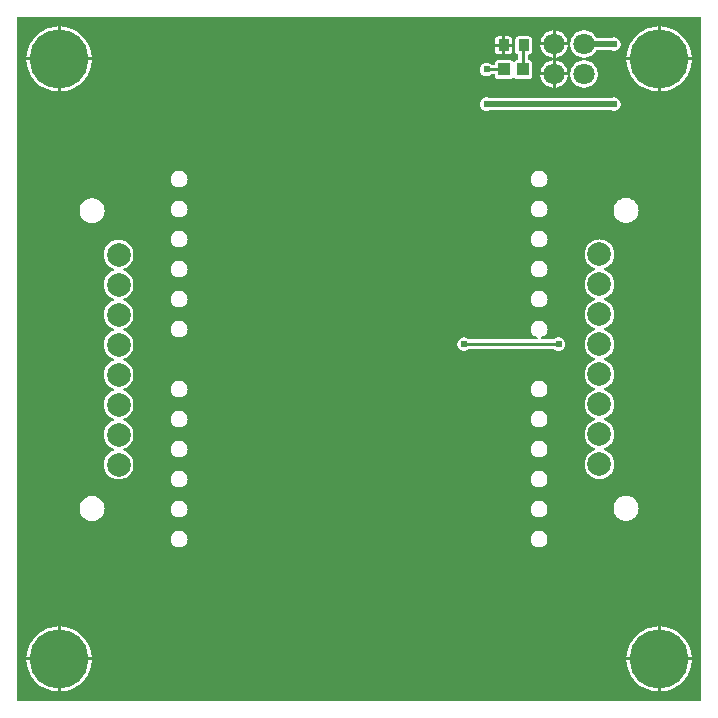
<source format=gtl>
G04 Layer: TopLayer*
G04 EasyEDA v6.5.34, 2023-08-21 18:11:39*
G04 fdc95c5ed4774c3386f44bc390bfbdb9,5a6b42c53f6a479593ecc07194224c93,10*
G04 Gerber Generator version 0.2*
G04 Scale: 100 percent, Rotated: No, Reflected: No *
G04 Dimensions in millimeters *
G04 leading zeros omitted , absolute positions ,4 integer and 5 decimal *
%FSLAX45Y45*%
%MOMM*%

%ADD10C,0.5000*%
%ADD11C,0.2540*%
%ADD12R,1.0000X1.1000*%
%ADD13R,0.8999X1.0000*%
%ADD14C,5.0000*%
%ADD15C,2.0000*%
%ADD16C,1.8000*%
%ADD17C,0.6096*%
%ADD18C,0.0180*%

%LPD*%
G36*
X5805932Y25908D02*
G01*
X36068Y26416D01*
X32156Y27178D01*
X28905Y29362D01*
X26670Y32664D01*
X25908Y36576D01*
X25908Y5805932D01*
X26670Y5809843D01*
X28905Y5813094D01*
X32156Y5815330D01*
X36068Y5816092D01*
X5805932Y5816092D01*
X5809843Y5815330D01*
X5813094Y5813094D01*
X5815330Y5809843D01*
X5816092Y5805932D01*
X5816092Y36068D01*
X5815330Y32207D01*
X5813094Y28905D01*
X5809843Y26670D01*
G37*

%LPC*%
G36*
X5181600Y4072890D02*
G01*
X5195417Y4073804D01*
X5208981Y4076496D01*
X5222138Y4080967D01*
X5234533Y4087063D01*
X5246065Y4094784D01*
X5256479Y4103928D01*
X5265623Y4114342D01*
X5273294Y4125823D01*
X5279440Y4138269D01*
X5283860Y4151376D01*
X5286603Y4164939D01*
X5287467Y4178757D01*
X5286603Y4192625D01*
X5283860Y4206189D01*
X5279440Y4219295D01*
X5273294Y4231741D01*
X5265623Y4243222D01*
X5256479Y4253636D01*
X5246065Y4262780D01*
X5234533Y4270502D01*
X5222138Y4276598D01*
X5208981Y4281068D01*
X5195417Y4283760D01*
X5181600Y4284675D01*
X5167782Y4283760D01*
X5154218Y4281068D01*
X5141061Y4276598D01*
X5128666Y4270502D01*
X5117134Y4262780D01*
X5106720Y4253636D01*
X5097576Y4243222D01*
X5089906Y4231741D01*
X5083759Y4219295D01*
X5079339Y4206189D01*
X5076596Y4192625D01*
X5075732Y4178757D01*
X5076596Y4164939D01*
X5079339Y4151376D01*
X5083759Y4138269D01*
X5089906Y4125823D01*
X5097576Y4114342D01*
X5106720Y4103928D01*
X5117134Y4094784D01*
X5128666Y4087063D01*
X5141061Y4080967D01*
X5154218Y4076496D01*
X5167782Y4073804D01*
G37*
G36*
X393700Y105562D02*
G01*
X398322Y105664D01*
X421284Y108051D01*
X443992Y112369D01*
X466242Y118618D01*
X487934Y126644D01*
X508812Y136499D01*
X528828Y148031D01*
X547827Y161239D01*
X565607Y175971D01*
X582117Y192125D01*
X597204Y209600D01*
X610819Y228295D01*
X622757Y248107D01*
X633018Y268782D01*
X641553Y290271D01*
X648208Y312369D01*
X653034Y334975D01*
X655929Y357936D01*
X656336Y368300D01*
X393700Y368300D01*
G37*
G36*
X5448300Y105613D02*
G01*
X5448300Y368300D01*
X5185410Y368300D01*
X5187289Y346405D01*
X5191150Y323646D01*
X5196890Y301244D01*
X5204460Y279450D01*
X5213858Y258317D01*
X5224983Y238099D01*
X5237784Y218846D01*
X5252161Y200710D01*
X5267960Y183896D01*
X5285130Y168402D01*
X5303520Y154432D01*
X5323027Y142087D01*
X5343499Y131368D01*
X5364835Y122428D01*
X5386781Y115265D01*
X5409285Y109982D01*
X5432145Y106629D01*
G37*
G36*
X368300Y105613D02*
G01*
X368300Y368300D01*
X105410Y368300D01*
X107289Y346405D01*
X111150Y323646D01*
X116890Y301244D01*
X124460Y279450D01*
X133858Y258317D01*
X144983Y238099D01*
X157784Y218846D01*
X172161Y200710D01*
X187960Y183896D01*
X205130Y168402D01*
X223520Y154432D01*
X243027Y142087D01*
X263499Y131368D01*
X284835Y122428D01*
X306781Y115265D01*
X329285Y109982D01*
X352145Y106629D01*
G37*
G36*
X5473700Y393700D02*
G01*
X5736336Y393700D01*
X5735929Y404063D01*
X5733034Y427024D01*
X5728208Y449630D01*
X5721553Y471728D01*
X5713018Y493217D01*
X5702757Y513892D01*
X5690819Y533704D01*
X5677204Y552348D01*
X5662117Y569874D01*
X5645607Y586028D01*
X5627827Y600760D01*
X5608828Y613968D01*
X5588812Y625500D01*
X5567934Y635355D01*
X5546242Y643382D01*
X5523992Y649630D01*
X5501284Y653948D01*
X5478322Y656336D01*
X5473700Y656437D01*
G37*
G36*
X393700Y393700D02*
G01*
X656336Y393700D01*
X655929Y404063D01*
X653034Y427024D01*
X648208Y449630D01*
X641553Y471728D01*
X633018Y493217D01*
X622757Y513892D01*
X610819Y533704D01*
X597204Y552348D01*
X582117Y569874D01*
X565607Y586028D01*
X547827Y600760D01*
X528828Y613968D01*
X508812Y625500D01*
X487934Y635355D01*
X466242Y643382D01*
X443992Y649630D01*
X421284Y653948D01*
X398322Y656336D01*
X393700Y656437D01*
G37*
G36*
X5185410Y393700D02*
G01*
X5448300Y393700D01*
X5448300Y656386D01*
X5432145Y655370D01*
X5409285Y652018D01*
X5386781Y646734D01*
X5364835Y639572D01*
X5343499Y630631D01*
X5323027Y619912D01*
X5303520Y607568D01*
X5285130Y593598D01*
X5267960Y578104D01*
X5252161Y561289D01*
X5237784Y543153D01*
X5224983Y523900D01*
X5213858Y503682D01*
X5204460Y482549D01*
X5196890Y460756D01*
X5191150Y438353D01*
X5187289Y415594D01*
G37*
G36*
X105410Y393700D02*
G01*
X368300Y393700D01*
X368300Y656386D01*
X352145Y655370D01*
X329285Y652018D01*
X306781Y646734D01*
X284835Y639572D01*
X263499Y630631D01*
X243027Y619912D01*
X223520Y607568D01*
X205130Y593598D01*
X187960Y578104D01*
X172161Y561289D01*
X157784Y543153D01*
X144983Y523900D01*
X133858Y503682D01*
X124460Y482549D01*
X116890Y460756D01*
X111150Y438353D01*
X107289Y415594D01*
G37*
G36*
X1397050Y1325422D02*
G01*
X1408277Y1326286D01*
X1419199Y1328928D01*
X1429562Y1333195D01*
X1439164Y1339088D01*
X1447698Y1346403D01*
X1454962Y1354937D01*
X1460855Y1364488D01*
X1465122Y1374851D01*
X1467764Y1385773D01*
X1468628Y1397000D01*
X1467764Y1408176D01*
X1465122Y1419098D01*
X1460855Y1429512D01*
X1454962Y1439062D01*
X1447698Y1447596D01*
X1439164Y1454912D01*
X1429562Y1460754D01*
X1419199Y1465072D01*
X1408277Y1467713D01*
X1397050Y1468577D01*
X1385874Y1467713D01*
X1374952Y1465072D01*
X1364589Y1460754D01*
X1354988Y1454912D01*
X1346454Y1447596D01*
X1339138Y1439062D01*
X1333296Y1429512D01*
X1328978Y1419098D01*
X1326388Y1408176D01*
X1325473Y1397000D01*
X1326388Y1385773D01*
X1328978Y1374851D01*
X1333296Y1364488D01*
X1339138Y1354937D01*
X1346454Y1346403D01*
X1354988Y1339088D01*
X1364589Y1333195D01*
X1374952Y1328928D01*
X1385874Y1326286D01*
G37*
G36*
X4445000Y1325422D02*
G01*
X4456176Y1326286D01*
X4467098Y1328928D01*
X4477512Y1333195D01*
X4487062Y1339088D01*
X4495596Y1346403D01*
X4502912Y1354937D01*
X4508754Y1364488D01*
X4513072Y1374851D01*
X4515662Y1385773D01*
X4516577Y1397000D01*
X4515662Y1408176D01*
X4513072Y1419098D01*
X4508754Y1429512D01*
X4502912Y1439062D01*
X4495596Y1447596D01*
X4487062Y1454912D01*
X4477512Y1460754D01*
X4467098Y1465072D01*
X4456176Y1467713D01*
X4445000Y1468577D01*
X4433773Y1467713D01*
X4422851Y1465072D01*
X4412488Y1460754D01*
X4402937Y1454912D01*
X4394403Y1447596D01*
X4387088Y1439062D01*
X4381195Y1429512D01*
X4376928Y1419098D01*
X4374286Y1408176D01*
X4373422Y1397000D01*
X4374286Y1385773D01*
X4376928Y1374851D01*
X4381195Y1364488D01*
X4387088Y1354937D01*
X4394403Y1346403D01*
X4402937Y1339088D01*
X4412488Y1333195D01*
X4422851Y1328928D01*
X4433773Y1326286D01*
G37*
G36*
X660400Y1549603D02*
G01*
X674217Y1550517D01*
X687781Y1553210D01*
X700938Y1557680D01*
X713333Y1563776D01*
X724865Y1571498D01*
X735279Y1580642D01*
X744423Y1591056D01*
X752094Y1602536D01*
X758240Y1614982D01*
X762660Y1628089D01*
X765403Y1641652D01*
X766267Y1655470D01*
X765403Y1669338D01*
X762660Y1682902D01*
X758240Y1696008D01*
X752094Y1708454D01*
X744423Y1719935D01*
X735279Y1730349D01*
X724865Y1739493D01*
X713333Y1747215D01*
X700938Y1753311D01*
X687781Y1757781D01*
X674217Y1760474D01*
X660400Y1761388D01*
X646582Y1760474D01*
X633018Y1757781D01*
X619861Y1753311D01*
X607466Y1747215D01*
X595934Y1739493D01*
X585520Y1730349D01*
X576376Y1719935D01*
X568706Y1708454D01*
X562559Y1696008D01*
X558139Y1682902D01*
X555396Y1669338D01*
X554532Y1655470D01*
X555396Y1641652D01*
X558139Y1628089D01*
X562559Y1614982D01*
X568706Y1602536D01*
X576376Y1591056D01*
X585520Y1580642D01*
X595934Y1571498D01*
X607466Y1563776D01*
X619861Y1557680D01*
X633018Y1553210D01*
X646582Y1550517D01*
G37*
G36*
X5181600Y1551736D02*
G01*
X5195417Y1552600D01*
X5208981Y1555343D01*
X5222138Y1559763D01*
X5234533Y1565910D01*
X5246065Y1573580D01*
X5256479Y1582724D01*
X5265623Y1593138D01*
X5273294Y1604670D01*
X5279440Y1617065D01*
X5283860Y1630222D01*
X5286603Y1643786D01*
X5287467Y1657604D01*
X5286603Y1671421D01*
X5283860Y1684985D01*
X5279440Y1698142D01*
X5273294Y1710537D01*
X5265623Y1722069D01*
X5256479Y1732483D01*
X5246065Y1741627D01*
X5234533Y1749298D01*
X5222138Y1755444D01*
X5208981Y1759864D01*
X5195417Y1762607D01*
X5181600Y1763471D01*
X5167782Y1762607D01*
X5154218Y1759864D01*
X5141061Y1755444D01*
X5128666Y1749298D01*
X5117134Y1741627D01*
X5106720Y1732483D01*
X5097576Y1722069D01*
X5089906Y1710537D01*
X5083759Y1698142D01*
X5079339Y1684985D01*
X5076596Y1671421D01*
X5075732Y1657604D01*
X5076596Y1643786D01*
X5079339Y1630222D01*
X5083759Y1617065D01*
X5089906Y1604670D01*
X5097576Y1593138D01*
X5106720Y1582724D01*
X5117134Y1573580D01*
X5128666Y1565910D01*
X5141061Y1559763D01*
X5154218Y1555343D01*
X5167782Y1552600D01*
G37*
G36*
X4445000Y1579422D02*
G01*
X4456176Y1580286D01*
X4467098Y1582928D01*
X4477512Y1587195D01*
X4487062Y1593088D01*
X4495596Y1600403D01*
X4502912Y1608937D01*
X4508754Y1618488D01*
X4513072Y1628851D01*
X4515662Y1639773D01*
X4516577Y1651000D01*
X4515662Y1662175D01*
X4513072Y1673098D01*
X4508754Y1683512D01*
X4502912Y1693062D01*
X4495596Y1701596D01*
X4487062Y1708912D01*
X4477512Y1714754D01*
X4467098Y1719072D01*
X4456176Y1721713D01*
X4445000Y1722577D01*
X4433773Y1721713D01*
X4422851Y1719072D01*
X4412488Y1714754D01*
X4402937Y1708912D01*
X4394403Y1701596D01*
X4387088Y1693062D01*
X4381195Y1683512D01*
X4376928Y1673098D01*
X4374286Y1662175D01*
X4373422Y1651000D01*
X4374286Y1639773D01*
X4376928Y1628851D01*
X4381195Y1618488D01*
X4387088Y1608937D01*
X4394403Y1600403D01*
X4402937Y1593088D01*
X4412488Y1587195D01*
X4422851Y1582928D01*
X4433773Y1580286D01*
G37*
G36*
X1397050Y1579422D02*
G01*
X1408277Y1580286D01*
X1419199Y1582928D01*
X1429562Y1587195D01*
X1439164Y1593088D01*
X1447698Y1600403D01*
X1454962Y1608937D01*
X1460855Y1618488D01*
X1465122Y1628851D01*
X1467764Y1639773D01*
X1468628Y1651000D01*
X1467764Y1662175D01*
X1465122Y1673098D01*
X1460855Y1683512D01*
X1454962Y1693062D01*
X1447698Y1701596D01*
X1439164Y1708912D01*
X1429562Y1714754D01*
X1419199Y1719072D01*
X1408277Y1721713D01*
X1397050Y1722577D01*
X1385874Y1721713D01*
X1374952Y1719072D01*
X1364589Y1714754D01*
X1354988Y1708912D01*
X1346454Y1701596D01*
X1339138Y1693062D01*
X1333296Y1683512D01*
X1328978Y1673098D01*
X1326388Y1662175D01*
X1325473Y1651000D01*
X1326388Y1639773D01*
X1328978Y1628851D01*
X1333296Y1618488D01*
X1339138Y1608937D01*
X1346454Y1600403D01*
X1354988Y1593088D01*
X1364589Y1587195D01*
X1374952Y1582928D01*
X1385874Y1580286D01*
G37*
G36*
X4445000Y1833422D02*
G01*
X4456176Y1834286D01*
X4467098Y1836928D01*
X4477512Y1841195D01*
X4487062Y1847088D01*
X4495596Y1854403D01*
X4502912Y1862937D01*
X4508754Y1872488D01*
X4513072Y1882851D01*
X4515662Y1893773D01*
X4516577Y1905000D01*
X4515662Y1916175D01*
X4513072Y1927098D01*
X4508754Y1937512D01*
X4502912Y1947062D01*
X4495596Y1955596D01*
X4487062Y1962912D01*
X4477512Y1968754D01*
X4467098Y1973072D01*
X4456176Y1975713D01*
X4445000Y1976577D01*
X4433773Y1975713D01*
X4422851Y1973072D01*
X4412488Y1968754D01*
X4402937Y1962912D01*
X4394403Y1955596D01*
X4387088Y1947062D01*
X4381195Y1937512D01*
X4376928Y1927098D01*
X4374286Y1916175D01*
X4373422Y1905000D01*
X4374286Y1893773D01*
X4376928Y1882851D01*
X4381195Y1872488D01*
X4387088Y1862937D01*
X4394403Y1854403D01*
X4402937Y1847088D01*
X4412488Y1841195D01*
X4422851Y1836928D01*
X4433773Y1834286D01*
G37*
G36*
X1397050Y1833422D02*
G01*
X1408277Y1834286D01*
X1419199Y1836928D01*
X1429562Y1841195D01*
X1439164Y1847088D01*
X1447698Y1854403D01*
X1454962Y1862937D01*
X1460855Y1872488D01*
X1465122Y1882851D01*
X1467764Y1893773D01*
X1468628Y1905000D01*
X1467764Y1916175D01*
X1465122Y1927098D01*
X1460855Y1937512D01*
X1454962Y1947062D01*
X1447698Y1955596D01*
X1439164Y1962912D01*
X1429562Y1968754D01*
X1419199Y1973072D01*
X1408277Y1975713D01*
X1397050Y1976577D01*
X1385874Y1975713D01*
X1374952Y1973072D01*
X1364589Y1968754D01*
X1354988Y1962912D01*
X1346454Y1955596D01*
X1339138Y1947062D01*
X1333296Y1937512D01*
X1328978Y1927098D01*
X1326388Y1916175D01*
X1325473Y1905000D01*
X1326388Y1893773D01*
X1328978Y1882851D01*
X1333296Y1872488D01*
X1339138Y1862937D01*
X1346454Y1854403D01*
X1354988Y1847088D01*
X1364589Y1841195D01*
X1374952Y1836928D01*
X1385874Y1834286D01*
G37*
G36*
X885393Y1901240D02*
G01*
X900582Y1902155D01*
X915517Y1904898D01*
X930046Y1909419D01*
X943914Y1915617D01*
X956919Y1923491D01*
X968908Y1932889D01*
X979627Y1943607D01*
X989025Y1955596D01*
X996899Y1968601D01*
X1003096Y1982470D01*
X1007618Y1996998D01*
X1010361Y2011934D01*
X1011275Y2027123D01*
X1010361Y2042261D01*
X1007618Y2057247D01*
X1003096Y2071725D01*
X996899Y2085593D01*
X989025Y2098598D01*
X979627Y2110587D01*
X968908Y2121357D01*
X956919Y2130704D01*
X943914Y2138578D01*
X929995Y2144826D01*
X926846Y2147062D01*
X924712Y2150313D01*
X924001Y2154123D01*
X924712Y2157882D01*
X926846Y2161133D01*
X929995Y2163368D01*
X943914Y2169617D01*
X956919Y2177491D01*
X968908Y2186889D01*
X979627Y2197608D01*
X989025Y2209596D01*
X996899Y2222601D01*
X1003096Y2236470D01*
X1007618Y2250998D01*
X1010361Y2265934D01*
X1011275Y2281123D01*
X1010361Y2296261D01*
X1007618Y2311247D01*
X1003096Y2325725D01*
X996899Y2339594D01*
X989025Y2352598D01*
X979627Y2364587D01*
X968908Y2375357D01*
X956919Y2384704D01*
X943914Y2392578D01*
X929995Y2398826D01*
X926846Y2401062D01*
X924712Y2404313D01*
X924001Y2408123D01*
X924712Y2411882D01*
X926846Y2415133D01*
X929995Y2417368D01*
X943914Y2423617D01*
X956919Y2431491D01*
X968908Y2440889D01*
X979627Y2451608D01*
X989025Y2463596D01*
X996899Y2476601D01*
X1003096Y2490470D01*
X1007618Y2504998D01*
X1010361Y2519934D01*
X1011275Y2535123D01*
X1010361Y2550261D01*
X1007618Y2565247D01*
X1003096Y2579725D01*
X996899Y2593594D01*
X989025Y2606598D01*
X979627Y2618587D01*
X968908Y2629357D01*
X956919Y2638704D01*
X943914Y2646578D01*
X929995Y2652826D01*
X926846Y2655062D01*
X924712Y2658313D01*
X924001Y2662123D01*
X924712Y2665882D01*
X926846Y2669133D01*
X929995Y2671368D01*
X943914Y2677617D01*
X956919Y2685491D01*
X968908Y2694889D01*
X979627Y2705608D01*
X989025Y2717596D01*
X996899Y2730601D01*
X1003096Y2744470D01*
X1007618Y2758998D01*
X1010361Y2773934D01*
X1011275Y2789123D01*
X1010361Y2804261D01*
X1007618Y2819247D01*
X1003096Y2833725D01*
X996899Y2847594D01*
X989025Y2860598D01*
X979627Y2872587D01*
X968908Y2883357D01*
X956919Y2892704D01*
X943914Y2900578D01*
X929995Y2906826D01*
X926846Y2909062D01*
X924712Y2912313D01*
X924001Y2916123D01*
X924712Y2919882D01*
X926846Y2923133D01*
X929995Y2925368D01*
X943914Y2931617D01*
X956919Y2939491D01*
X968908Y2948889D01*
X979627Y2959608D01*
X989025Y2971596D01*
X996899Y2984601D01*
X1003096Y2998470D01*
X1007618Y3012998D01*
X1010361Y3027934D01*
X1011275Y3043123D01*
X1010361Y3058261D01*
X1007618Y3073247D01*
X1003096Y3087725D01*
X996899Y3101594D01*
X989025Y3114598D01*
X979627Y3126587D01*
X968908Y3137357D01*
X956919Y3146704D01*
X943914Y3154578D01*
X929995Y3160826D01*
X926846Y3163062D01*
X924712Y3166313D01*
X924001Y3170123D01*
X924712Y3173882D01*
X926846Y3177133D01*
X929995Y3179368D01*
X943914Y3185617D01*
X956919Y3193491D01*
X968908Y3202889D01*
X979627Y3213608D01*
X989025Y3225596D01*
X996899Y3238601D01*
X1003096Y3252470D01*
X1007618Y3266998D01*
X1010361Y3281934D01*
X1011275Y3297123D01*
X1010361Y3312261D01*
X1007618Y3327247D01*
X1003096Y3341725D01*
X996899Y3355594D01*
X989025Y3368598D01*
X979627Y3380587D01*
X968908Y3391357D01*
X956919Y3400704D01*
X943914Y3408578D01*
X929995Y3414826D01*
X926846Y3417062D01*
X924712Y3420313D01*
X924001Y3424123D01*
X924712Y3427882D01*
X926846Y3431133D01*
X929995Y3433368D01*
X943914Y3439617D01*
X956919Y3447491D01*
X968908Y3456889D01*
X979627Y3467608D01*
X989025Y3479596D01*
X996899Y3492601D01*
X1003096Y3506470D01*
X1007618Y3520998D01*
X1010361Y3535934D01*
X1011275Y3551123D01*
X1010361Y3566261D01*
X1007618Y3581247D01*
X1003096Y3595725D01*
X996899Y3609594D01*
X989025Y3622598D01*
X979627Y3634587D01*
X968908Y3645357D01*
X956919Y3654704D01*
X943914Y3662578D01*
X929995Y3668826D01*
X926846Y3671062D01*
X924712Y3674313D01*
X924001Y3678123D01*
X924712Y3681882D01*
X926846Y3685133D01*
X929995Y3687368D01*
X943914Y3693617D01*
X956919Y3701491D01*
X968908Y3710889D01*
X979627Y3721608D01*
X989025Y3733596D01*
X996899Y3746601D01*
X1003096Y3760470D01*
X1007618Y3774998D01*
X1010361Y3789934D01*
X1011275Y3805123D01*
X1010361Y3820261D01*
X1007618Y3835247D01*
X1003096Y3849725D01*
X996899Y3863594D01*
X989025Y3876598D01*
X979627Y3888587D01*
X968908Y3899357D01*
X956919Y3908704D01*
X943914Y3916578D01*
X930046Y3922826D01*
X915517Y3927348D01*
X900582Y3930091D01*
X885393Y3931005D01*
X870254Y3930091D01*
X855268Y3927348D01*
X840790Y3922826D01*
X826922Y3916578D01*
X813917Y3908704D01*
X801928Y3899357D01*
X791159Y3888587D01*
X781812Y3876598D01*
X773938Y3863594D01*
X767689Y3849725D01*
X763168Y3835247D01*
X760425Y3820261D01*
X759510Y3805123D01*
X760425Y3789934D01*
X763168Y3774998D01*
X767689Y3760470D01*
X773938Y3746601D01*
X781812Y3733596D01*
X791159Y3721608D01*
X801928Y3710889D01*
X813917Y3701491D01*
X826922Y3693617D01*
X840841Y3687368D01*
X843991Y3685133D01*
X846074Y3681882D01*
X846836Y3678123D01*
X846074Y3674313D01*
X843991Y3671062D01*
X840841Y3668826D01*
X826922Y3662578D01*
X813917Y3654704D01*
X801928Y3645357D01*
X791159Y3634587D01*
X781812Y3622598D01*
X773938Y3609594D01*
X767689Y3595725D01*
X763168Y3581247D01*
X760425Y3566261D01*
X759510Y3551123D01*
X760425Y3535934D01*
X763168Y3520998D01*
X767689Y3506470D01*
X773938Y3492601D01*
X781812Y3479596D01*
X791159Y3467608D01*
X801928Y3456889D01*
X813917Y3447491D01*
X826922Y3439617D01*
X840841Y3433368D01*
X843991Y3431133D01*
X846074Y3427882D01*
X846836Y3424123D01*
X846074Y3420313D01*
X843991Y3417062D01*
X840841Y3414826D01*
X826922Y3408578D01*
X813917Y3400704D01*
X801928Y3391357D01*
X791159Y3380587D01*
X781812Y3368598D01*
X773938Y3355594D01*
X767689Y3341725D01*
X763168Y3327247D01*
X760425Y3312261D01*
X759510Y3297123D01*
X760425Y3281934D01*
X763168Y3266998D01*
X767689Y3252470D01*
X773938Y3238601D01*
X781812Y3225596D01*
X791159Y3213608D01*
X801928Y3202889D01*
X813917Y3193491D01*
X826922Y3185617D01*
X840841Y3179368D01*
X843991Y3177133D01*
X846074Y3173882D01*
X846836Y3170123D01*
X846074Y3166313D01*
X843991Y3163062D01*
X840841Y3160826D01*
X826922Y3154578D01*
X813917Y3146704D01*
X801928Y3137357D01*
X791159Y3126587D01*
X781812Y3114598D01*
X773938Y3101594D01*
X767689Y3087725D01*
X763168Y3073247D01*
X760425Y3058261D01*
X759510Y3043123D01*
X760425Y3027934D01*
X763168Y3012998D01*
X767689Y2998470D01*
X773938Y2984601D01*
X781812Y2971596D01*
X791159Y2959608D01*
X801928Y2948889D01*
X813917Y2939491D01*
X826922Y2931617D01*
X840841Y2925368D01*
X843991Y2923133D01*
X846074Y2919882D01*
X846836Y2916123D01*
X846074Y2912313D01*
X843991Y2909062D01*
X840841Y2906826D01*
X826922Y2900578D01*
X813917Y2892704D01*
X801928Y2883357D01*
X791159Y2872587D01*
X781812Y2860598D01*
X773938Y2847594D01*
X767689Y2833725D01*
X763168Y2819247D01*
X760425Y2804261D01*
X759510Y2789123D01*
X760425Y2773934D01*
X763168Y2758998D01*
X767689Y2744470D01*
X773938Y2730601D01*
X781812Y2717596D01*
X791159Y2705608D01*
X801928Y2694889D01*
X813917Y2685491D01*
X826922Y2677617D01*
X840841Y2671368D01*
X843991Y2669133D01*
X846074Y2665882D01*
X846836Y2662123D01*
X846074Y2658313D01*
X843991Y2655062D01*
X840841Y2652826D01*
X826922Y2646578D01*
X813917Y2638704D01*
X801928Y2629357D01*
X791159Y2618587D01*
X781812Y2606598D01*
X773938Y2593594D01*
X767689Y2579725D01*
X763168Y2565247D01*
X760425Y2550261D01*
X759510Y2535123D01*
X760425Y2519934D01*
X763168Y2504998D01*
X767689Y2490470D01*
X773938Y2476601D01*
X781812Y2463596D01*
X791159Y2451608D01*
X801928Y2440889D01*
X813917Y2431491D01*
X826922Y2423617D01*
X840841Y2417368D01*
X843991Y2415133D01*
X846074Y2411882D01*
X846836Y2408123D01*
X846074Y2404313D01*
X843991Y2401062D01*
X840841Y2398826D01*
X826922Y2392578D01*
X813917Y2384704D01*
X801928Y2375357D01*
X791159Y2364587D01*
X781812Y2352598D01*
X773938Y2339594D01*
X767689Y2325725D01*
X763168Y2311247D01*
X760425Y2296261D01*
X759510Y2281123D01*
X760425Y2265934D01*
X763168Y2250998D01*
X767689Y2236470D01*
X773938Y2222601D01*
X781812Y2209596D01*
X791159Y2197608D01*
X801928Y2186889D01*
X813917Y2177491D01*
X826922Y2169617D01*
X840841Y2163368D01*
X843991Y2161133D01*
X846074Y2157882D01*
X846836Y2154123D01*
X846074Y2150313D01*
X843991Y2147062D01*
X840841Y2144826D01*
X826922Y2138578D01*
X813917Y2130704D01*
X801928Y2121357D01*
X791159Y2110587D01*
X781812Y2098598D01*
X773938Y2085593D01*
X767689Y2071725D01*
X763168Y2057247D01*
X760425Y2042261D01*
X759510Y2027123D01*
X760425Y2011934D01*
X763168Y1996998D01*
X767689Y1982470D01*
X773938Y1968601D01*
X781812Y1955596D01*
X791159Y1943607D01*
X801928Y1932889D01*
X813917Y1923491D01*
X826922Y1915617D01*
X840790Y1909419D01*
X855268Y1904898D01*
X870254Y1902155D01*
G37*
G36*
X4956606Y1903323D02*
G01*
X4971745Y1904238D01*
X4986731Y1906981D01*
X5001209Y1911502D01*
X5015077Y1917750D01*
X5028082Y1925574D01*
X5040071Y1934972D01*
X5050840Y1945741D01*
X5060188Y1957679D01*
X5068062Y1970684D01*
X5074310Y1984552D01*
X5078831Y1999081D01*
X5081574Y2014016D01*
X5082489Y2029206D01*
X5081574Y2044395D01*
X5078831Y2059330D01*
X5074310Y2073859D01*
X5068062Y2087676D01*
X5060188Y2100732D01*
X5050840Y2112670D01*
X5040071Y2123440D01*
X5028082Y2132787D01*
X5015077Y2140661D01*
X5001158Y2146909D01*
X4998008Y2149144D01*
X4995926Y2152396D01*
X4995164Y2156206D01*
X4995926Y2160016D01*
X4998008Y2163216D01*
X5001158Y2165451D01*
X5015077Y2171750D01*
X5028082Y2179574D01*
X5040071Y2188972D01*
X5050840Y2199741D01*
X5060188Y2211679D01*
X5068062Y2224684D01*
X5074310Y2238552D01*
X5078831Y2253081D01*
X5081574Y2268016D01*
X5082489Y2283206D01*
X5081574Y2298395D01*
X5078831Y2313330D01*
X5074310Y2327859D01*
X5068062Y2341676D01*
X5060188Y2354732D01*
X5050840Y2366670D01*
X5040071Y2377440D01*
X5028082Y2386787D01*
X5015077Y2394661D01*
X5001158Y2400909D01*
X4998008Y2403144D01*
X4995926Y2406396D01*
X4995164Y2410206D01*
X4995926Y2414016D01*
X4998008Y2417216D01*
X5001158Y2419451D01*
X5015077Y2425750D01*
X5028082Y2433574D01*
X5040071Y2442972D01*
X5050840Y2453741D01*
X5060188Y2465679D01*
X5068062Y2478684D01*
X5074310Y2492552D01*
X5078831Y2507081D01*
X5081574Y2522016D01*
X5082489Y2537206D01*
X5081574Y2552395D01*
X5078831Y2567330D01*
X5074310Y2581859D01*
X5068062Y2595676D01*
X5060188Y2608732D01*
X5050840Y2620670D01*
X5040071Y2631440D01*
X5028082Y2640787D01*
X5015077Y2648661D01*
X5001158Y2654909D01*
X4998008Y2657144D01*
X4995926Y2660396D01*
X4995164Y2664206D01*
X4995926Y2668016D01*
X4998008Y2671216D01*
X5001158Y2673451D01*
X5015077Y2679750D01*
X5028082Y2687574D01*
X5040071Y2696972D01*
X5050840Y2707741D01*
X5060188Y2719679D01*
X5068062Y2732684D01*
X5074310Y2746552D01*
X5078831Y2761081D01*
X5081574Y2776016D01*
X5082489Y2791206D01*
X5081574Y2806395D01*
X5078831Y2821330D01*
X5074310Y2835859D01*
X5068062Y2849676D01*
X5060188Y2862732D01*
X5050840Y2874670D01*
X5040071Y2885440D01*
X5028082Y2894787D01*
X5015077Y2902661D01*
X5001158Y2908909D01*
X4998008Y2911144D01*
X4995926Y2914396D01*
X4995164Y2918206D01*
X4995926Y2922016D01*
X4998008Y2925216D01*
X5001158Y2927451D01*
X5015077Y2933750D01*
X5028082Y2941574D01*
X5040071Y2950972D01*
X5050840Y2961741D01*
X5060188Y2973679D01*
X5068062Y2986684D01*
X5074310Y3000552D01*
X5078831Y3015081D01*
X5081574Y3030016D01*
X5082489Y3045206D01*
X5081574Y3060395D01*
X5078831Y3075330D01*
X5074310Y3089859D01*
X5068062Y3103676D01*
X5060188Y3116732D01*
X5050840Y3128670D01*
X5040071Y3139440D01*
X5028082Y3148787D01*
X5015077Y3156661D01*
X5001158Y3162909D01*
X4998008Y3165144D01*
X4995926Y3168396D01*
X4995164Y3172206D01*
X4995926Y3176016D01*
X4998008Y3179216D01*
X5001158Y3181451D01*
X5015077Y3187750D01*
X5028082Y3195574D01*
X5040071Y3204972D01*
X5050840Y3215741D01*
X5060188Y3227679D01*
X5068062Y3240684D01*
X5074310Y3254552D01*
X5078831Y3269081D01*
X5081574Y3284016D01*
X5082489Y3299206D01*
X5081574Y3314395D01*
X5078831Y3329330D01*
X5074310Y3343859D01*
X5068062Y3357676D01*
X5060188Y3370732D01*
X5050840Y3382670D01*
X5040071Y3393440D01*
X5028082Y3402787D01*
X5015077Y3410661D01*
X5001158Y3416909D01*
X4998008Y3419144D01*
X4995926Y3422396D01*
X4995164Y3426206D01*
X4995926Y3430015D01*
X4998008Y3433216D01*
X5001158Y3435451D01*
X5015077Y3441750D01*
X5028082Y3449574D01*
X5040071Y3458972D01*
X5050840Y3469741D01*
X5060188Y3481679D01*
X5068062Y3494684D01*
X5074310Y3508552D01*
X5078831Y3523081D01*
X5081574Y3538016D01*
X5082489Y3553206D01*
X5081574Y3568395D01*
X5078831Y3583330D01*
X5074310Y3597859D01*
X5068062Y3611676D01*
X5060188Y3624732D01*
X5050840Y3636670D01*
X5040071Y3647440D01*
X5028082Y3656787D01*
X5015077Y3664661D01*
X5001158Y3670909D01*
X4998008Y3673144D01*
X4995926Y3676396D01*
X4995164Y3680206D01*
X4995926Y3684015D01*
X4998008Y3687216D01*
X5001158Y3689451D01*
X5015077Y3695750D01*
X5028082Y3703574D01*
X5040071Y3712972D01*
X5050840Y3723741D01*
X5060188Y3735679D01*
X5068062Y3748684D01*
X5074310Y3762552D01*
X5078831Y3777081D01*
X5081574Y3792016D01*
X5082489Y3807206D01*
X5081574Y3822395D01*
X5078831Y3837330D01*
X5074310Y3851859D01*
X5068062Y3865676D01*
X5060188Y3878732D01*
X5050840Y3890670D01*
X5040071Y3901440D01*
X5028082Y3910787D01*
X5015077Y3918661D01*
X5001209Y3924909D01*
X4986731Y3929430D01*
X4971745Y3932174D01*
X4956606Y3933088D01*
X4941417Y3932174D01*
X4926482Y3929430D01*
X4911953Y3924909D01*
X4898085Y3918661D01*
X4885080Y3910787D01*
X4873091Y3901440D01*
X4862372Y3890670D01*
X4852974Y3878732D01*
X4845100Y3865676D01*
X4838903Y3851859D01*
X4834382Y3837330D01*
X4831638Y3822395D01*
X4830724Y3807206D01*
X4831638Y3792016D01*
X4834382Y3777081D01*
X4838903Y3762552D01*
X4845100Y3748684D01*
X4852974Y3735679D01*
X4862372Y3723741D01*
X4873091Y3712972D01*
X4885080Y3703574D01*
X4898085Y3695750D01*
X4912004Y3689451D01*
X4915154Y3687216D01*
X4917287Y3684015D01*
X4917998Y3680206D01*
X4917287Y3676396D01*
X4915154Y3673144D01*
X4912004Y3670909D01*
X4898085Y3664661D01*
X4885080Y3656787D01*
X4873091Y3647440D01*
X4862372Y3636670D01*
X4852974Y3624732D01*
X4845100Y3611676D01*
X4838903Y3597859D01*
X4834382Y3583330D01*
X4831638Y3568395D01*
X4830724Y3553206D01*
X4831638Y3538016D01*
X4834382Y3523081D01*
X4838903Y3508552D01*
X4845100Y3494684D01*
X4852974Y3481679D01*
X4862372Y3469741D01*
X4873091Y3458972D01*
X4885080Y3449574D01*
X4898085Y3441750D01*
X4912004Y3435451D01*
X4915154Y3433216D01*
X4917287Y3430015D01*
X4917998Y3426206D01*
X4917287Y3422396D01*
X4915154Y3419144D01*
X4912004Y3416909D01*
X4898085Y3410661D01*
X4885080Y3402787D01*
X4873091Y3393440D01*
X4862372Y3382670D01*
X4852974Y3370732D01*
X4845100Y3357676D01*
X4838903Y3343859D01*
X4834382Y3329330D01*
X4831638Y3314395D01*
X4830724Y3299206D01*
X4831638Y3284016D01*
X4834382Y3269081D01*
X4838903Y3254552D01*
X4845100Y3240684D01*
X4852974Y3227679D01*
X4862372Y3215741D01*
X4873091Y3204972D01*
X4885080Y3195574D01*
X4898085Y3187750D01*
X4912004Y3181451D01*
X4915154Y3179216D01*
X4917287Y3176016D01*
X4917998Y3172206D01*
X4917287Y3168396D01*
X4915154Y3165144D01*
X4912004Y3162909D01*
X4898085Y3156661D01*
X4885080Y3148787D01*
X4873091Y3139440D01*
X4862372Y3128670D01*
X4852974Y3116732D01*
X4845100Y3103676D01*
X4838903Y3089859D01*
X4834382Y3075330D01*
X4831638Y3060395D01*
X4830724Y3045206D01*
X4831638Y3030016D01*
X4834382Y3015081D01*
X4838903Y3000552D01*
X4845100Y2986684D01*
X4852974Y2973679D01*
X4862372Y2961741D01*
X4873091Y2950972D01*
X4885080Y2941574D01*
X4898085Y2933750D01*
X4912004Y2927451D01*
X4915154Y2925216D01*
X4917287Y2922016D01*
X4917998Y2918206D01*
X4917287Y2914396D01*
X4915154Y2911144D01*
X4912004Y2908909D01*
X4898085Y2902661D01*
X4885080Y2894787D01*
X4873091Y2885440D01*
X4862372Y2874670D01*
X4852974Y2862732D01*
X4845100Y2849676D01*
X4838903Y2835859D01*
X4834382Y2821330D01*
X4831638Y2806395D01*
X4830724Y2791206D01*
X4831638Y2776016D01*
X4834382Y2761081D01*
X4838903Y2746552D01*
X4845100Y2732684D01*
X4852974Y2719679D01*
X4862372Y2707741D01*
X4873091Y2696972D01*
X4885080Y2687574D01*
X4898085Y2679750D01*
X4912004Y2673451D01*
X4915154Y2671216D01*
X4917287Y2668016D01*
X4917998Y2664206D01*
X4917287Y2660396D01*
X4915154Y2657144D01*
X4912004Y2654909D01*
X4898085Y2648661D01*
X4885080Y2640787D01*
X4873091Y2631440D01*
X4862372Y2620670D01*
X4852974Y2608732D01*
X4845100Y2595676D01*
X4838903Y2581859D01*
X4834382Y2567330D01*
X4831638Y2552395D01*
X4830724Y2537206D01*
X4831638Y2522016D01*
X4834382Y2507081D01*
X4838903Y2492552D01*
X4845100Y2478684D01*
X4852974Y2465679D01*
X4862372Y2453741D01*
X4873091Y2442972D01*
X4885080Y2433574D01*
X4898085Y2425750D01*
X4912004Y2419451D01*
X4915154Y2417216D01*
X4917287Y2414016D01*
X4917998Y2410206D01*
X4917287Y2406396D01*
X4915154Y2403144D01*
X4912004Y2400909D01*
X4898085Y2394661D01*
X4885080Y2386787D01*
X4873091Y2377440D01*
X4862372Y2366670D01*
X4852974Y2354732D01*
X4845100Y2341676D01*
X4838903Y2327859D01*
X4834382Y2313330D01*
X4831638Y2298395D01*
X4830724Y2283206D01*
X4831638Y2268016D01*
X4834382Y2253081D01*
X4838903Y2238552D01*
X4845100Y2224684D01*
X4852974Y2211679D01*
X4862372Y2199741D01*
X4873091Y2188972D01*
X4885080Y2179574D01*
X4898085Y2171750D01*
X4912004Y2165451D01*
X4915154Y2163216D01*
X4917287Y2160016D01*
X4917998Y2156206D01*
X4917287Y2152396D01*
X4915154Y2149144D01*
X4912004Y2146909D01*
X4898085Y2140661D01*
X4885080Y2132787D01*
X4873091Y2123440D01*
X4862372Y2112670D01*
X4852974Y2100732D01*
X4845100Y2087676D01*
X4838903Y2073859D01*
X4834382Y2059330D01*
X4831638Y2044395D01*
X4830724Y2029206D01*
X4831638Y2014016D01*
X4834382Y1999081D01*
X4838903Y1984552D01*
X4845100Y1970684D01*
X4852974Y1957679D01*
X4862372Y1945741D01*
X4873091Y1934972D01*
X4885080Y1925574D01*
X4898085Y1917750D01*
X4911953Y1911502D01*
X4926482Y1906981D01*
X4941417Y1904238D01*
G37*
G36*
X1397050Y2087422D02*
G01*
X1408277Y2088286D01*
X1419199Y2090928D01*
X1429562Y2095195D01*
X1439164Y2101088D01*
X1447698Y2108403D01*
X1454962Y2116937D01*
X1460855Y2126488D01*
X1465122Y2136851D01*
X1467764Y2147773D01*
X1468628Y2159000D01*
X1467764Y2170176D01*
X1465122Y2181098D01*
X1460855Y2191512D01*
X1454962Y2201062D01*
X1447698Y2209596D01*
X1439164Y2216912D01*
X1429562Y2222754D01*
X1419199Y2227072D01*
X1408277Y2229713D01*
X1397050Y2230577D01*
X1385874Y2229713D01*
X1374952Y2227072D01*
X1364589Y2222754D01*
X1354988Y2216912D01*
X1346454Y2209596D01*
X1339138Y2201062D01*
X1333296Y2191512D01*
X1328978Y2181098D01*
X1326388Y2170176D01*
X1325473Y2159000D01*
X1326388Y2147773D01*
X1328978Y2136851D01*
X1333296Y2126488D01*
X1339138Y2116937D01*
X1346454Y2108403D01*
X1354988Y2101088D01*
X1364589Y2095195D01*
X1374952Y2090928D01*
X1385874Y2088286D01*
G37*
G36*
X4445000Y2087422D02*
G01*
X4456176Y2088286D01*
X4467098Y2090928D01*
X4477512Y2095195D01*
X4487062Y2101088D01*
X4495596Y2108403D01*
X4502912Y2116937D01*
X4508754Y2126488D01*
X4513072Y2136851D01*
X4515662Y2147773D01*
X4516577Y2159000D01*
X4515662Y2170176D01*
X4513072Y2181098D01*
X4508754Y2191512D01*
X4502912Y2201062D01*
X4495596Y2209596D01*
X4487062Y2216912D01*
X4477512Y2222754D01*
X4467098Y2227072D01*
X4456176Y2229713D01*
X4445000Y2230577D01*
X4433773Y2229713D01*
X4422851Y2227072D01*
X4412488Y2222754D01*
X4402937Y2216912D01*
X4394403Y2209596D01*
X4387088Y2201062D01*
X4381195Y2191512D01*
X4376928Y2181098D01*
X4374286Y2170176D01*
X4373422Y2159000D01*
X4374286Y2147773D01*
X4376928Y2136851D01*
X4381195Y2126488D01*
X4387088Y2116937D01*
X4394403Y2108403D01*
X4402937Y2101088D01*
X4412488Y2095195D01*
X4422851Y2090928D01*
X4433773Y2088286D01*
G37*
G36*
X4445000Y2341422D02*
G01*
X4456176Y2342286D01*
X4467098Y2344928D01*
X4477512Y2349195D01*
X4487062Y2355088D01*
X4495596Y2362403D01*
X4502912Y2370937D01*
X4508754Y2380488D01*
X4513072Y2390851D01*
X4515662Y2401773D01*
X4516577Y2413000D01*
X4515662Y2424176D01*
X4513072Y2435098D01*
X4508754Y2445512D01*
X4502912Y2455062D01*
X4495596Y2463596D01*
X4487062Y2470912D01*
X4477512Y2476754D01*
X4467098Y2481072D01*
X4456176Y2483713D01*
X4445000Y2484577D01*
X4433773Y2483713D01*
X4422851Y2481072D01*
X4412488Y2476754D01*
X4402937Y2470912D01*
X4394403Y2463596D01*
X4387088Y2455062D01*
X4381195Y2445512D01*
X4376928Y2435098D01*
X4374286Y2424176D01*
X4373422Y2413000D01*
X4374286Y2401773D01*
X4376928Y2390851D01*
X4381195Y2380488D01*
X4387088Y2370937D01*
X4394403Y2362403D01*
X4402937Y2355088D01*
X4412488Y2349195D01*
X4422851Y2344928D01*
X4433773Y2342286D01*
G37*
G36*
X1397050Y2341422D02*
G01*
X1408277Y2342286D01*
X1419199Y2344928D01*
X1429562Y2349195D01*
X1439164Y2355088D01*
X1447698Y2362403D01*
X1454962Y2370937D01*
X1460855Y2380488D01*
X1465122Y2390851D01*
X1467764Y2401773D01*
X1468628Y2413000D01*
X1467764Y2424176D01*
X1465122Y2435098D01*
X1460855Y2445512D01*
X1454962Y2455062D01*
X1447698Y2463596D01*
X1439164Y2470912D01*
X1429562Y2476754D01*
X1419199Y2481072D01*
X1408277Y2483713D01*
X1397050Y2484577D01*
X1385874Y2483713D01*
X1374952Y2481072D01*
X1364589Y2476754D01*
X1354988Y2470912D01*
X1346454Y2463596D01*
X1339138Y2455062D01*
X1333296Y2445512D01*
X1328978Y2435098D01*
X1326388Y2424176D01*
X1325473Y2413000D01*
X1326388Y2401773D01*
X1328978Y2390851D01*
X1333296Y2380488D01*
X1339138Y2370937D01*
X1346454Y2362403D01*
X1354988Y2355088D01*
X1364589Y2349195D01*
X1374952Y2344928D01*
X1385874Y2342286D01*
G37*
G36*
X4445000Y2595422D02*
G01*
X4456176Y2596286D01*
X4467098Y2598928D01*
X4477512Y2603195D01*
X4487062Y2609088D01*
X4495596Y2616403D01*
X4502912Y2624937D01*
X4508754Y2634488D01*
X4513072Y2644851D01*
X4515662Y2655773D01*
X4516577Y2667000D01*
X4515662Y2678176D01*
X4513072Y2689098D01*
X4508754Y2699512D01*
X4502912Y2709062D01*
X4495596Y2717596D01*
X4487062Y2724912D01*
X4477512Y2730754D01*
X4467098Y2735072D01*
X4456176Y2737713D01*
X4445000Y2738577D01*
X4433773Y2737713D01*
X4422851Y2735072D01*
X4412488Y2730754D01*
X4402937Y2724912D01*
X4394403Y2717596D01*
X4387088Y2709062D01*
X4381195Y2699512D01*
X4376928Y2689098D01*
X4374286Y2678176D01*
X4373422Y2667000D01*
X4374286Y2655773D01*
X4376928Y2644851D01*
X4381195Y2634488D01*
X4387088Y2624937D01*
X4394403Y2616403D01*
X4402937Y2609088D01*
X4412488Y2603195D01*
X4422851Y2598928D01*
X4433773Y2596286D01*
G37*
G36*
X1397050Y2595422D02*
G01*
X1408277Y2596286D01*
X1419199Y2598928D01*
X1429562Y2603195D01*
X1439164Y2609088D01*
X1447698Y2616403D01*
X1454962Y2624937D01*
X1460855Y2634488D01*
X1465122Y2644851D01*
X1467764Y2655773D01*
X1468628Y2667000D01*
X1467764Y2678176D01*
X1465122Y2689098D01*
X1460855Y2699512D01*
X1454962Y2709062D01*
X1447698Y2717596D01*
X1439164Y2724912D01*
X1429562Y2730754D01*
X1419199Y2735072D01*
X1408277Y2737713D01*
X1397050Y2738577D01*
X1385874Y2737713D01*
X1374952Y2735072D01*
X1364589Y2730754D01*
X1354988Y2724912D01*
X1346454Y2717596D01*
X1339138Y2709062D01*
X1333296Y2699512D01*
X1328978Y2689098D01*
X1326388Y2678176D01*
X1325473Y2667000D01*
X1326388Y2655773D01*
X1328978Y2644851D01*
X1333296Y2634488D01*
X1339138Y2624937D01*
X1346454Y2616403D01*
X1354988Y2609088D01*
X1364589Y2603195D01*
X1374952Y2598928D01*
X1385874Y2596286D01*
G37*
G36*
X3810000Y2991662D02*
G01*
X3819753Y2992526D01*
X3829253Y2995066D01*
X3838143Y2999181D01*
X3846220Y3004820D01*
X3847795Y3006394D01*
X3851097Y3008630D01*
X3854958Y3009392D01*
X4565040Y3009392D01*
X4568901Y3008630D01*
X4572203Y3006394D01*
X4573778Y3004820D01*
X4581855Y2999181D01*
X4590745Y2995066D01*
X4600244Y2992526D01*
X4609998Y2991662D01*
X4619802Y2992526D01*
X4629302Y2995066D01*
X4638192Y2999181D01*
X4646218Y3004820D01*
X4653178Y3011779D01*
X4658817Y3019806D01*
X4662982Y3028746D01*
X4665522Y3038195D01*
X4666386Y3048000D01*
X4665522Y3057804D01*
X4662982Y3067253D01*
X4658817Y3076194D01*
X4653178Y3084220D01*
X4646218Y3091180D01*
X4638192Y3096818D01*
X4629302Y3100933D01*
X4619802Y3103473D01*
X4609998Y3104337D01*
X4600244Y3103473D01*
X4590745Y3100933D01*
X4581855Y3096818D01*
X4573778Y3091180D01*
X4572203Y3089554D01*
X4568901Y3087370D01*
X4565040Y3086608D01*
X4468418Y3086608D01*
X4464304Y3087471D01*
X4460900Y3089910D01*
X4458766Y3093516D01*
X4458309Y3097682D01*
X4459528Y3101695D01*
X4462272Y3104845D01*
X4477613Y3111246D01*
X4487214Y3117088D01*
X4495749Y3124403D01*
X4503013Y3132937D01*
X4508906Y3142488D01*
X4513173Y3152902D01*
X4515815Y3163824D01*
X4516678Y3175000D01*
X4515815Y3186176D01*
X4513173Y3197098D01*
X4508906Y3207512D01*
X4503013Y3217062D01*
X4495749Y3225596D01*
X4487214Y3232912D01*
X4477613Y3238754D01*
X4467250Y3243072D01*
X4456328Y3245713D01*
X4445101Y3246577D01*
X4433925Y3245713D01*
X4423003Y3243072D01*
X4412640Y3238754D01*
X4403039Y3232912D01*
X4394504Y3225596D01*
X4387189Y3217062D01*
X4381347Y3207512D01*
X4377029Y3197098D01*
X4374438Y3186176D01*
X4373524Y3175000D01*
X4374438Y3163824D01*
X4377029Y3152902D01*
X4381347Y3142488D01*
X4387189Y3132937D01*
X4394504Y3124403D01*
X4403039Y3117088D01*
X4412640Y3111246D01*
X4427982Y3104845D01*
X4430725Y3101695D01*
X4431944Y3097682D01*
X4431436Y3093516D01*
X4429302Y3089910D01*
X4425899Y3087471D01*
X4421835Y3086608D01*
X3854958Y3086608D01*
X3851097Y3087370D01*
X3847795Y3089554D01*
X3846220Y3091180D01*
X3838143Y3096818D01*
X3829253Y3100933D01*
X3819753Y3103473D01*
X3810000Y3104337D01*
X3800195Y3103473D01*
X3790696Y3100933D01*
X3781806Y3096818D01*
X3773779Y3091180D01*
X3766820Y3084220D01*
X3761181Y3076194D01*
X3757066Y3067253D01*
X3754475Y3057804D01*
X3753662Y3048000D01*
X3754475Y3038195D01*
X3757066Y3028746D01*
X3761181Y3019806D01*
X3766820Y3011779D01*
X3773779Y3004820D01*
X3781806Y2999181D01*
X3790696Y2995066D01*
X3800195Y2992526D01*
G37*
G36*
X4584700Y5600700D02*
G01*
X4687112Y5600700D01*
X4686960Y5602528D01*
X4684268Y5616803D01*
X4679746Y5630672D01*
X4673549Y5643829D01*
X4665776Y5656122D01*
X4656480Y5667349D01*
X4645863Y5677306D01*
X4634077Y5685840D01*
X4621326Y5692851D01*
X4607814Y5698236D01*
X4593691Y5701842D01*
X4584700Y5702960D01*
G37*
G36*
X4456887Y5600700D02*
G01*
X4559300Y5600700D01*
X4559300Y5702960D01*
X4550308Y5701842D01*
X4536186Y5698236D01*
X4522673Y5692851D01*
X4509922Y5685840D01*
X4498136Y5677306D01*
X4487519Y5667349D01*
X4478223Y5656122D01*
X4470450Y5643829D01*
X4464253Y5630672D01*
X4459732Y5616803D01*
X4457039Y5602528D01*
G37*
G36*
X4156811Y5588000D02*
G01*
X4214977Y5588000D01*
X4214977Y5624728D01*
X4214266Y5631027D01*
X4212386Y5636514D01*
X4209288Y5641390D01*
X4205224Y5645505D01*
X4200296Y5648604D01*
X4194860Y5650484D01*
X4188510Y5651195D01*
X4156811Y5651195D01*
G37*
G36*
X1397203Y3103422D02*
G01*
X1408379Y3104286D01*
X1419301Y3106928D01*
X1429715Y3111246D01*
X1439265Y3117088D01*
X1447800Y3124403D01*
X1455115Y3132937D01*
X1460957Y3142488D01*
X1465275Y3152902D01*
X1467866Y3163824D01*
X1468780Y3175000D01*
X1467866Y3186176D01*
X1465275Y3197098D01*
X1460957Y3207512D01*
X1455115Y3217062D01*
X1447800Y3225596D01*
X1439265Y3232912D01*
X1429715Y3238754D01*
X1419301Y3243072D01*
X1408379Y3245713D01*
X1397203Y3246577D01*
X1385976Y3245713D01*
X1375054Y3243072D01*
X1364691Y3238754D01*
X1355140Y3232912D01*
X1346606Y3225596D01*
X1339291Y3217062D01*
X1333398Y3207512D01*
X1329131Y3197098D01*
X1326489Y3186176D01*
X1325626Y3175000D01*
X1326489Y3163824D01*
X1329131Y3152902D01*
X1333398Y3142488D01*
X1339291Y3132937D01*
X1346606Y3124403D01*
X1355140Y3117088D01*
X1364691Y3111246D01*
X1375054Y3106928D01*
X1385976Y3104286D01*
G37*
G36*
X4445101Y3357422D02*
G01*
X4456328Y3358286D01*
X4467250Y3360928D01*
X4477613Y3365246D01*
X4487214Y3371087D01*
X4495749Y3378403D01*
X4503013Y3386937D01*
X4508906Y3396487D01*
X4513173Y3406901D01*
X4515815Y3417824D01*
X4516678Y3429000D01*
X4515815Y3440176D01*
X4513173Y3451098D01*
X4508906Y3461512D01*
X4503013Y3471062D01*
X4495749Y3479596D01*
X4487214Y3486912D01*
X4477613Y3492754D01*
X4467250Y3497072D01*
X4456328Y3499713D01*
X4445101Y3500577D01*
X4433925Y3499713D01*
X4423003Y3497072D01*
X4412640Y3492754D01*
X4403039Y3486912D01*
X4394504Y3479596D01*
X4387189Y3471062D01*
X4381347Y3461512D01*
X4377029Y3451098D01*
X4374438Y3440176D01*
X4373524Y3429000D01*
X4374438Y3417824D01*
X4377029Y3406901D01*
X4381347Y3396487D01*
X4387189Y3386937D01*
X4394504Y3378403D01*
X4403039Y3371087D01*
X4412640Y3365246D01*
X4423003Y3360928D01*
X4433925Y3358286D01*
G37*
G36*
X1397203Y3357422D02*
G01*
X1408379Y3358286D01*
X1419301Y3360928D01*
X1429715Y3365246D01*
X1439265Y3371087D01*
X1447800Y3378403D01*
X1455115Y3386937D01*
X1460957Y3396487D01*
X1465275Y3406901D01*
X1467866Y3417824D01*
X1468780Y3429000D01*
X1467866Y3440176D01*
X1465275Y3451098D01*
X1460957Y3461512D01*
X1455115Y3471062D01*
X1447800Y3479596D01*
X1439265Y3486912D01*
X1429715Y3492754D01*
X1419301Y3497072D01*
X1408379Y3499713D01*
X1397203Y3500577D01*
X1385976Y3499713D01*
X1375054Y3497072D01*
X1364691Y3492754D01*
X1355140Y3486912D01*
X1346606Y3479596D01*
X1339291Y3471062D01*
X1333398Y3461512D01*
X1329131Y3451098D01*
X1326489Y3440176D01*
X1325626Y3429000D01*
X1326489Y3417824D01*
X1329131Y3406901D01*
X1333398Y3396487D01*
X1339291Y3386937D01*
X1346606Y3378403D01*
X1355140Y3371087D01*
X1364691Y3365246D01*
X1375054Y3360928D01*
X1385976Y3358286D01*
G37*
G36*
X4445101Y3611422D02*
G01*
X4456328Y3612286D01*
X4467250Y3614928D01*
X4477613Y3619246D01*
X4487214Y3625087D01*
X4495749Y3632403D01*
X4503013Y3640937D01*
X4508906Y3650487D01*
X4513173Y3660901D01*
X4515815Y3671824D01*
X4516678Y3683000D01*
X4515815Y3694176D01*
X4513173Y3705098D01*
X4508906Y3715512D01*
X4503013Y3725062D01*
X4495749Y3733596D01*
X4487214Y3740912D01*
X4477613Y3746754D01*
X4467250Y3751072D01*
X4456328Y3753713D01*
X4445101Y3754577D01*
X4433925Y3753713D01*
X4423003Y3751072D01*
X4412640Y3746754D01*
X4403039Y3740912D01*
X4394504Y3733596D01*
X4387189Y3725062D01*
X4381347Y3715512D01*
X4377029Y3705098D01*
X4374438Y3694176D01*
X4373524Y3683000D01*
X4374438Y3671824D01*
X4377029Y3660901D01*
X4381347Y3650487D01*
X4387189Y3640937D01*
X4394504Y3632403D01*
X4403039Y3625087D01*
X4412640Y3619246D01*
X4423003Y3614928D01*
X4433925Y3612286D01*
G37*
G36*
X1397203Y3611422D02*
G01*
X1408379Y3612286D01*
X1419301Y3614928D01*
X1429715Y3619246D01*
X1439265Y3625087D01*
X1447800Y3632403D01*
X1455115Y3640937D01*
X1460957Y3650487D01*
X1465275Y3660901D01*
X1467866Y3671824D01*
X1468780Y3683000D01*
X1467866Y3694176D01*
X1465275Y3705098D01*
X1460957Y3715512D01*
X1455115Y3725062D01*
X1447800Y3733596D01*
X1439265Y3740912D01*
X1429715Y3746754D01*
X1419301Y3751072D01*
X1408379Y3753713D01*
X1397203Y3754577D01*
X1385976Y3753713D01*
X1375054Y3751072D01*
X1364691Y3746754D01*
X1355140Y3740912D01*
X1346606Y3733596D01*
X1339291Y3725062D01*
X1333398Y3715512D01*
X1329131Y3705098D01*
X1326489Y3694176D01*
X1325626Y3683000D01*
X1326489Y3671824D01*
X1329131Y3660901D01*
X1333398Y3650487D01*
X1339291Y3640937D01*
X1346606Y3632403D01*
X1355140Y3625087D01*
X1364691Y3619246D01*
X1375054Y3614928D01*
X1385976Y3612286D01*
G37*
G36*
X1397203Y3865422D02*
G01*
X1408379Y3866286D01*
X1419301Y3868928D01*
X1429715Y3873246D01*
X1439265Y3879087D01*
X1447800Y3886403D01*
X1455115Y3894937D01*
X1460957Y3904487D01*
X1465275Y3914901D01*
X1467866Y3925824D01*
X1468780Y3937000D01*
X1467866Y3948176D01*
X1465275Y3959098D01*
X1460957Y3969512D01*
X1455115Y3979062D01*
X1447800Y3987596D01*
X1439265Y3994912D01*
X1429715Y4000754D01*
X1419301Y4005072D01*
X1408379Y4007713D01*
X1397203Y4008577D01*
X1385976Y4007713D01*
X1375054Y4005072D01*
X1364691Y4000754D01*
X1355140Y3994912D01*
X1346606Y3987596D01*
X1339291Y3979062D01*
X1333398Y3969512D01*
X1329131Y3959098D01*
X1326489Y3948176D01*
X1325626Y3937000D01*
X1326489Y3925824D01*
X1329131Y3914901D01*
X1333398Y3904487D01*
X1339291Y3894937D01*
X1346606Y3886403D01*
X1355140Y3879087D01*
X1364691Y3873246D01*
X1375054Y3868928D01*
X1385976Y3866286D01*
G37*
G36*
X4445101Y3865422D02*
G01*
X4456328Y3866286D01*
X4467250Y3868928D01*
X4477613Y3873246D01*
X4487214Y3879087D01*
X4495749Y3886403D01*
X4503013Y3894937D01*
X4508906Y3904487D01*
X4513173Y3914901D01*
X4515815Y3925824D01*
X4516678Y3937000D01*
X4515815Y3948176D01*
X4513173Y3959098D01*
X4508906Y3969512D01*
X4503013Y3979062D01*
X4495749Y3987596D01*
X4487214Y3994912D01*
X4477613Y4000754D01*
X4467250Y4005072D01*
X4456328Y4007713D01*
X4445101Y4008577D01*
X4433925Y4007713D01*
X4423003Y4005072D01*
X4412640Y4000754D01*
X4403039Y3994912D01*
X4394504Y3987596D01*
X4387189Y3979062D01*
X4381347Y3969512D01*
X4377029Y3959098D01*
X4374438Y3948176D01*
X4373524Y3937000D01*
X4374438Y3925824D01*
X4377029Y3914901D01*
X4381347Y3904487D01*
X4387189Y3894937D01*
X4394504Y3886403D01*
X4403039Y3879087D01*
X4412640Y3873246D01*
X4423003Y3868928D01*
X4433925Y3866286D01*
G37*
G36*
X660400Y4070807D02*
G01*
X674217Y4071721D01*
X687781Y4074414D01*
X700938Y4078884D01*
X713333Y4084980D01*
X724865Y4092701D01*
X735279Y4101846D01*
X744423Y4112260D01*
X752094Y4123740D01*
X758240Y4136186D01*
X762660Y4149293D01*
X765403Y4162856D01*
X766267Y4176674D01*
X765403Y4190542D01*
X762660Y4204106D01*
X758240Y4217212D01*
X752094Y4229658D01*
X744423Y4241139D01*
X735279Y4251553D01*
X724865Y4260697D01*
X713333Y4268419D01*
X700938Y4274515D01*
X687781Y4278985D01*
X674217Y4281678D01*
X660400Y4282592D01*
X646582Y4281678D01*
X633018Y4278985D01*
X619861Y4274515D01*
X607466Y4268419D01*
X595934Y4260697D01*
X585520Y4251553D01*
X576376Y4241139D01*
X568706Y4229658D01*
X562559Y4217212D01*
X558139Y4204106D01*
X555396Y4190542D01*
X554532Y4176674D01*
X555396Y4162856D01*
X558139Y4149293D01*
X562559Y4136186D01*
X568706Y4123740D01*
X576376Y4112260D01*
X585520Y4101846D01*
X595934Y4092701D01*
X607466Y4084980D01*
X619861Y4078884D01*
X633018Y4074414D01*
X646582Y4071721D01*
G37*
G36*
X5473700Y105562D02*
G01*
X5478322Y105664D01*
X5501284Y108051D01*
X5523992Y112369D01*
X5546242Y118618D01*
X5567934Y126644D01*
X5588812Y136499D01*
X5608828Y148031D01*
X5627827Y161239D01*
X5645607Y175971D01*
X5662117Y192125D01*
X5677204Y209600D01*
X5690819Y228295D01*
X5702757Y248107D01*
X5713018Y268782D01*
X5721553Y290271D01*
X5728208Y312369D01*
X5733034Y334975D01*
X5735929Y357936D01*
X5736336Y368300D01*
X5473700Y368300D01*
G37*
G36*
X4445101Y4119422D02*
G01*
X4456328Y4120286D01*
X4467250Y4122928D01*
X4477613Y4127246D01*
X4487214Y4133087D01*
X4495749Y4140403D01*
X4503013Y4148937D01*
X4508906Y4158487D01*
X4513173Y4168901D01*
X4515815Y4179824D01*
X4516678Y4191000D01*
X4515815Y4202176D01*
X4513173Y4213098D01*
X4508906Y4223512D01*
X4503013Y4233062D01*
X4495749Y4241596D01*
X4487214Y4248912D01*
X4477613Y4254754D01*
X4467250Y4259072D01*
X4456328Y4261713D01*
X4445101Y4262577D01*
X4433925Y4261713D01*
X4423003Y4259072D01*
X4412640Y4254754D01*
X4403039Y4248912D01*
X4394504Y4241596D01*
X4387189Y4233062D01*
X4381347Y4223512D01*
X4377029Y4213098D01*
X4374438Y4202176D01*
X4373524Y4191000D01*
X4374438Y4179824D01*
X4377029Y4168901D01*
X4381347Y4158487D01*
X4387189Y4148937D01*
X4394504Y4140403D01*
X4403039Y4133087D01*
X4412640Y4127246D01*
X4423003Y4122928D01*
X4433925Y4120286D01*
G37*
G36*
X1397203Y4119422D02*
G01*
X1408379Y4120286D01*
X1419301Y4122928D01*
X1429715Y4127246D01*
X1439265Y4133087D01*
X1447800Y4140403D01*
X1455115Y4148937D01*
X1460957Y4158487D01*
X1465275Y4168901D01*
X1467866Y4179824D01*
X1468780Y4191000D01*
X1467866Y4202176D01*
X1465275Y4213098D01*
X1460957Y4223512D01*
X1455115Y4233062D01*
X1447800Y4241596D01*
X1439265Y4248912D01*
X1429715Y4254754D01*
X1419301Y4259072D01*
X1408379Y4261713D01*
X1397203Y4262577D01*
X1385976Y4261713D01*
X1375054Y4259072D01*
X1364691Y4254754D01*
X1355140Y4248912D01*
X1346606Y4241596D01*
X1339291Y4233062D01*
X1333398Y4223512D01*
X1329131Y4213098D01*
X1326489Y4202176D01*
X1325626Y4191000D01*
X1326489Y4179824D01*
X1329131Y4168901D01*
X1333398Y4158487D01*
X1339291Y4148937D01*
X1346606Y4140403D01*
X1355140Y4133087D01*
X1364691Y4127246D01*
X1375054Y4122928D01*
X1385976Y4120286D01*
G37*
G36*
X1397203Y4373422D02*
G01*
X1408379Y4374286D01*
X1419301Y4376928D01*
X1429715Y4381246D01*
X1439265Y4387088D01*
X1447800Y4394403D01*
X1455115Y4402937D01*
X1460957Y4412488D01*
X1465275Y4422902D01*
X1467866Y4433824D01*
X1468780Y4445000D01*
X1467866Y4456176D01*
X1465275Y4467098D01*
X1460957Y4477512D01*
X1455115Y4487062D01*
X1447800Y4495596D01*
X1439265Y4502912D01*
X1429715Y4508754D01*
X1419301Y4513072D01*
X1408379Y4515713D01*
X1397203Y4516577D01*
X1385976Y4515713D01*
X1375054Y4513072D01*
X1364691Y4508754D01*
X1355140Y4502912D01*
X1346606Y4495596D01*
X1339291Y4487062D01*
X1333398Y4477512D01*
X1329131Y4467098D01*
X1326489Y4456176D01*
X1325626Y4445000D01*
X1326489Y4433824D01*
X1329131Y4422902D01*
X1333398Y4412488D01*
X1339291Y4402937D01*
X1346606Y4394403D01*
X1355140Y4387088D01*
X1364691Y4381246D01*
X1375054Y4376928D01*
X1385976Y4374286D01*
G37*
G36*
X4445101Y4373422D02*
G01*
X4456328Y4374286D01*
X4467250Y4376928D01*
X4477613Y4381246D01*
X4487214Y4387088D01*
X4495749Y4394403D01*
X4503013Y4402937D01*
X4508906Y4412488D01*
X4513173Y4422902D01*
X4515815Y4433824D01*
X4516678Y4445000D01*
X4515815Y4456176D01*
X4513173Y4467098D01*
X4508906Y4477512D01*
X4503013Y4487062D01*
X4495749Y4495596D01*
X4487214Y4502912D01*
X4477613Y4508754D01*
X4467250Y4513072D01*
X4456328Y4515713D01*
X4445101Y4516577D01*
X4433925Y4515713D01*
X4423003Y4513072D01*
X4412640Y4508754D01*
X4403039Y4502912D01*
X4394504Y4495596D01*
X4387189Y4487062D01*
X4381347Y4477512D01*
X4377029Y4467098D01*
X4374438Y4456176D01*
X4373524Y4445000D01*
X4374438Y4433824D01*
X4377029Y4422902D01*
X4381347Y4412488D01*
X4387189Y4402937D01*
X4394504Y4394403D01*
X4403039Y4387088D01*
X4412640Y4381246D01*
X4423003Y4376928D01*
X4433925Y4374286D01*
G37*
G36*
X4000500Y5023612D02*
G01*
X4010304Y5024475D01*
X4019753Y5027015D01*
X4022140Y5028133D01*
X4026408Y5029098D01*
X5054092Y5029098D01*
X5058359Y5028133D01*
X5060746Y5027015D01*
X5070195Y5024475D01*
X5080000Y5023612D01*
X5089804Y5024475D01*
X5099253Y5027015D01*
X5108194Y5031181D01*
X5116220Y5036820D01*
X5123180Y5043728D01*
X5128818Y5051806D01*
X5132933Y5060696D01*
X5135473Y5070195D01*
X5136337Y5079949D01*
X5135473Y5089753D01*
X5132933Y5099253D01*
X5128818Y5108143D01*
X5123180Y5116220D01*
X5116220Y5123129D01*
X5108194Y5128768D01*
X5099253Y5132933D01*
X5089804Y5135473D01*
X5080000Y5136337D01*
X5070195Y5135473D01*
X5060746Y5132933D01*
X5058410Y5131866D01*
X5054142Y5130901D01*
X4026357Y5130901D01*
X4022090Y5131866D01*
X4019753Y5132933D01*
X4010304Y5135473D01*
X4000500Y5136337D01*
X3990695Y5135473D01*
X3981246Y5132933D01*
X3972306Y5128768D01*
X3964279Y5123129D01*
X3957320Y5116220D01*
X3951681Y5108143D01*
X3947566Y5099253D01*
X3945026Y5089753D01*
X3944162Y5079949D01*
X3945026Y5070195D01*
X3947566Y5060696D01*
X3951681Y5051806D01*
X3957320Y5043728D01*
X3964279Y5036820D01*
X3972306Y5031181D01*
X3981246Y5027015D01*
X3990695Y5024475D01*
G37*
G36*
X4073194Y5588000D02*
G01*
X4131411Y5588000D01*
X4131411Y5651195D01*
X4099661Y5651195D01*
X4093362Y5650484D01*
X4087876Y5648604D01*
X4082999Y5645505D01*
X4078884Y5641390D01*
X4075785Y5636514D01*
X4073906Y5631027D01*
X4073194Y5624728D01*
G37*
G36*
X4156811Y5499404D02*
G01*
X4188510Y5499404D01*
X4194860Y5500116D01*
X4200296Y5501995D01*
X4205224Y5505094D01*
X4209288Y5509158D01*
X4212386Y5514086D01*
X4214266Y5519521D01*
X4214977Y5525871D01*
X4214977Y5562600D01*
X4156811Y5562600D01*
G37*
G36*
X5473700Y5185562D02*
G01*
X5478322Y5185664D01*
X5501284Y5188051D01*
X5523992Y5192369D01*
X5546242Y5198618D01*
X5567934Y5206644D01*
X5588812Y5216499D01*
X5608828Y5228031D01*
X5627827Y5241239D01*
X5645607Y5255971D01*
X5662117Y5272125D01*
X5677204Y5289600D01*
X5690819Y5308295D01*
X5702757Y5328107D01*
X5713018Y5348782D01*
X5721553Y5370271D01*
X5728208Y5392369D01*
X5733034Y5414975D01*
X5735929Y5437936D01*
X5736336Y5448300D01*
X5473700Y5448300D01*
G37*
G36*
X393700Y5185562D02*
G01*
X398322Y5185664D01*
X421284Y5188051D01*
X443992Y5192369D01*
X466242Y5198618D01*
X487934Y5206644D01*
X508812Y5216499D01*
X528828Y5228031D01*
X547827Y5241239D01*
X565607Y5255971D01*
X582117Y5272125D01*
X597204Y5289600D01*
X610819Y5308295D01*
X622757Y5328107D01*
X633018Y5348782D01*
X641553Y5370271D01*
X648208Y5392369D01*
X653034Y5414975D01*
X655929Y5437936D01*
X656336Y5448300D01*
X393700Y5448300D01*
G37*
G36*
X5448300Y5185613D02*
G01*
X5448300Y5448300D01*
X5185410Y5448300D01*
X5187289Y5426405D01*
X5191150Y5403646D01*
X5196890Y5381244D01*
X5204460Y5359450D01*
X5213858Y5338318D01*
X5224983Y5318099D01*
X5237784Y5298846D01*
X5252161Y5280710D01*
X5267960Y5263896D01*
X5285130Y5248402D01*
X5303520Y5234432D01*
X5323027Y5222087D01*
X5343499Y5211368D01*
X5364835Y5202428D01*
X5386781Y5195265D01*
X5409285Y5189982D01*
X5432145Y5186629D01*
G37*
G36*
X368300Y5185613D02*
G01*
X368300Y5448300D01*
X105410Y5448300D01*
X107289Y5426405D01*
X111150Y5403646D01*
X116890Y5381244D01*
X124460Y5359450D01*
X133858Y5338318D01*
X144983Y5318099D01*
X157784Y5298846D01*
X172161Y5280710D01*
X187960Y5263896D01*
X205130Y5248402D01*
X223520Y5234432D01*
X243027Y5222087D01*
X263499Y5211368D01*
X284835Y5202428D01*
X306781Y5195265D01*
X329285Y5189982D01*
X352145Y5186629D01*
G37*
G36*
X4818735Y5218328D02*
G01*
X4833264Y5218328D01*
X4847691Y5220157D01*
X4861814Y5223764D01*
X4875326Y5229148D01*
X4888077Y5236159D01*
X4899863Y5244693D01*
X4910480Y5254650D01*
X4919776Y5265877D01*
X4927549Y5278170D01*
X4933746Y5291328D01*
X4938268Y5305196D01*
X4940960Y5319471D01*
X4941874Y5334000D01*
X4940960Y5348528D01*
X4938268Y5362803D01*
X4933746Y5376672D01*
X4927549Y5389829D01*
X4919776Y5402122D01*
X4910480Y5413349D01*
X4899863Y5423306D01*
X4888077Y5431840D01*
X4875326Y5438851D01*
X4861814Y5444236D01*
X4847691Y5447842D01*
X4833264Y5449671D01*
X4818735Y5449671D01*
X4804308Y5447842D01*
X4790186Y5444236D01*
X4776673Y5438851D01*
X4763922Y5431840D01*
X4752136Y5423306D01*
X4741519Y5413349D01*
X4732223Y5402122D01*
X4724450Y5389829D01*
X4718253Y5376672D01*
X4713732Y5362803D01*
X4711039Y5348528D01*
X4710125Y5334000D01*
X4711039Y5319471D01*
X4713732Y5305196D01*
X4718253Y5291328D01*
X4724450Y5278170D01*
X4732223Y5265877D01*
X4741519Y5254650D01*
X4752136Y5244693D01*
X4763922Y5236159D01*
X4776673Y5229148D01*
X4790186Y5223764D01*
X4804308Y5220157D01*
G37*
G36*
X4559300Y5219039D02*
G01*
X4559300Y5321300D01*
X4456887Y5321300D01*
X4457039Y5319471D01*
X4459732Y5305196D01*
X4464253Y5291328D01*
X4470450Y5278170D01*
X4478223Y5265877D01*
X4487519Y5254650D01*
X4498136Y5244693D01*
X4509922Y5236159D01*
X4522673Y5229148D01*
X4536186Y5223764D01*
X4550308Y5220157D01*
G37*
G36*
X4584700Y5219039D02*
G01*
X4593691Y5220157D01*
X4607814Y5223764D01*
X4621326Y5229148D01*
X4634077Y5236159D01*
X4645863Y5244693D01*
X4656480Y5254650D01*
X4665776Y5265877D01*
X4673549Y5278170D01*
X4679746Y5291328D01*
X4684268Y5305196D01*
X4686960Y5319471D01*
X4687112Y5321300D01*
X4584700Y5321300D01*
G37*
G36*
X4099661Y5291175D02*
G01*
X4198518Y5291175D01*
X4204868Y5291886D01*
X4210304Y5293817D01*
X4215231Y5296916D01*
X4219295Y5300980D01*
X4220514Y5302859D01*
X4223308Y5305806D01*
X4227068Y5307431D01*
X4231132Y5307431D01*
X4234891Y5305806D01*
X4237685Y5302859D01*
X4238904Y5300980D01*
X4242968Y5296916D01*
X4247896Y5293817D01*
X4253331Y5291886D01*
X4259681Y5291175D01*
X4358538Y5291175D01*
X4364837Y5291886D01*
X4370324Y5293817D01*
X4375200Y5296916D01*
X4379315Y5300980D01*
X4382363Y5305907D01*
X4384294Y5311343D01*
X4385005Y5317693D01*
X4385005Y5426506D01*
X4384294Y5432856D01*
X4382363Y5438292D01*
X4379315Y5443220D01*
X4375200Y5447284D01*
X4370324Y5450382D01*
X4364939Y5452262D01*
X4356862Y5453075D01*
X4353306Y5454091D01*
X4350308Y5456326D01*
X4348378Y5459526D01*
X4347667Y5463184D01*
X4347667Y5489244D01*
X4348378Y5492902D01*
X4350308Y5496052D01*
X4353306Y5498287D01*
X4356862Y5499354D01*
X4364888Y5500116D01*
X4370324Y5501995D01*
X4375200Y5505094D01*
X4379315Y5509158D01*
X4382363Y5514086D01*
X4384294Y5519521D01*
X4385005Y5525871D01*
X4385005Y5624728D01*
X4384294Y5631027D01*
X4382363Y5636514D01*
X4379315Y5641390D01*
X4375200Y5645505D01*
X4370324Y5648604D01*
X4364837Y5650484D01*
X4358538Y5651195D01*
X4269689Y5651195D01*
X4263339Y5650484D01*
X4257903Y5648604D01*
X4252976Y5645505D01*
X4248912Y5641390D01*
X4245813Y5636514D01*
X4243882Y5631027D01*
X4243171Y5624728D01*
X4243171Y5525871D01*
X4243882Y5519521D01*
X4245813Y5514086D01*
X4248912Y5509158D01*
X4252976Y5505094D01*
X4257903Y5501995D01*
X4263694Y5499963D01*
X4267200Y5497830D01*
X4269638Y5494477D01*
X4270451Y5490413D01*
X4270451Y5463184D01*
X4269790Y5459526D01*
X4267860Y5456326D01*
X4264863Y5454091D01*
X4261307Y5453075D01*
X4253280Y5452262D01*
X4247896Y5450382D01*
X4242968Y5447284D01*
X4238904Y5443220D01*
X4237685Y5441340D01*
X4234891Y5438394D01*
X4231132Y5436768D01*
X4227068Y5436768D01*
X4223308Y5438394D01*
X4220514Y5441340D01*
X4219295Y5443220D01*
X4215231Y5447284D01*
X4210304Y5450382D01*
X4204868Y5452313D01*
X4198518Y5453024D01*
X4099661Y5453024D01*
X4093362Y5452313D01*
X4087876Y5450382D01*
X4082999Y5447284D01*
X4078884Y5443220D01*
X4075836Y5438292D01*
X4073906Y5432856D01*
X4073194Y5426506D01*
X4073194Y5420868D01*
X4072432Y5416956D01*
X4070197Y5413705D01*
X4066946Y5411470D01*
X4063034Y5410708D01*
X4045508Y5410708D01*
X4041597Y5411470D01*
X4038295Y5413705D01*
X4036720Y5415280D01*
X4028694Y5420918D01*
X4019753Y5425033D01*
X4010304Y5427573D01*
X4000500Y5428437D01*
X3990695Y5427573D01*
X3981246Y5425033D01*
X3972306Y5420918D01*
X3964279Y5415280D01*
X3957320Y5408320D01*
X3951681Y5400294D01*
X3947566Y5391353D01*
X3945026Y5381904D01*
X3944162Y5372100D01*
X3945026Y5362295D01*
X3947566Y5352846D01*
X3951681Y5343906D01*
X3957320Y5335879D01*
X3964279Y5328920D01*
X3972306Y5323281D01*
X3981246Y5319166D01*
X3990695Y5316626D01*
X4000500Y5315762D01*
X4010304Y5316626D01*
X4019753Y5319166D01*
X4028694Y5323281D01*
X4036720Y5328920D01*
X4038295Y5330494D01*
X4041597Y5332730D01*
X4045508Y5333492D01*
X4063034Y5333492D01*
X4066946Y5332730D01*
X4070197Y5330494D01*
X4072432Y5327243D01*
X4073194Y5323332D01*
X4073194Y5317693D01*
X4073906Y5311343D01*
X4075836Y5305907D01*
X4078884Y5300980D01*
X4082999Y5296916D01*
X4087876Y5293817D01*
X4093362Y5291886D01*
G37*
G36*
X4099661Y5499404D02*
G01*
X4131411Y5499404D01*
X4131411Y5562600D01*
X4073194Y5562600D01*
X4073194Y5525871D01*
X4073906Y5519521D01*
X4075785Y5514086D01*
X4078884Y5509158D01*
X4082999Y5505094D01*
X4087876Y5501995D01*
X4093362Y5500116D01*
G37*
G36*
X105410Y5473700D02*
G01*
X368300Y5473700D01*
X368300Y5736386D01*
X352145Y5735370D01*
X329285Y5732018D01*
X306781Y5726734D01*
X284835Y5719572D01*
X263499Y5710631D01*
X243027Y5699912D01*
X223520Y5687568D01*
X205130Y5673598D01*
X187960Y5658104D01*
X172161Y5641289D01*
X157784Y5623153D01*
X144983Y5603900D01*
X133858Y5583682D01*
X124460Y5562549D01*
X116890Y5540756D01*
X111150Y5518353D01*
X107289Y5495594D01*
G37*
G36*
X4456887Y5346700D02*
G01*
X4559300Y5346700D01*
X4559300Y5448960D01*
X4550308Y5447842D01*
X4536186Y5444236D01*
X4522673Y5438851D01*
X4509922Y5431840D01*
X4498136Y5423306D01*
X4487519Y5413349D01*
X4478223Y5402122D01*
X4470450Y5389829D01*
X4464253Y5376672D01*
X4459732Y5362803D01*
X4457039Y5348528D01*
G37*
G36*
X4584700Y5346700D02*
G01*
X4687112Y5346700D01*
X4686960Y5348528D01*
X4684268Y5362803D01*
X4679746Y5376672D01*
X4673549Y5389829D01*
X4665776Y5402122D01*
X4656480Y5413349D01*
X4645863Y5423306D01*
X4634077Y5431840D01*
X4621326Y5438851D01*
X4607814Y5444236D01*
X4593691Y5447842D01*
X4584700Y5448960D01*
G37*
G36*
X5185410Y5473700D02*
G01*
X5448300Y5473700D01*
X5448300Y5736386D01*
X5432145Y5735370D01*
X5409285Y5732018D01*
X5386781Y5726734D01*
X5364835Y5719572D01*
X5343499Y5710631D01*
X5323027Y5699912D01*
X5303520Y5687568D01*
X5285130Y5673598D01*
X5267960Y5658104D01*
X5252161Y5641289D01*
X5237784Y5623153D01*
X5224983Y5603900D01*
X5213858Y5583682D01*
X5204460Y5562549D01*
X5196890Y5540756D01*
X5191150Y5518353D01*
X5187289Y5495594D01*
G37*
G36*
X393700Y5473700D02*
G01*
X656336Y5473700D01*
X655929Y5484063D01*
X653034Y5507024D01*
X648208Y5529630D01*
X641553Y5551728D01*
X633018Y5573217D01*
X622757Y5593892D01*
X610819Y5613704D01*
X597204Y5632348D01*
X582117Y5649874D01*
X565607Y5666028D01*
X547827Y5680760D01*
X528828Y5693968D01*
X508812Y5705500D01*
X487934Y5715355D01*
X466242Y5723382D01*
X443992Y5729630D01*
X421284Y5733948D01*
X398322Y5736336D01*
X393700Y5736437D01*
G37*
G36*
X4818735Y5472328D02*
G01*
X4833264Y5472328D01*
X4847691Y5474157D01*
X4861814Y5477764D01*
X4875326Y5483148D01*
X4888077Y5490159D01*
X4899863Y5498693D01*
X4910480Y5508650D01*
X4919776Y5519877D01*
X4927701Y5532374D01*
X4929936Y5534914D01*
X4932934Y5536539D01*
X4936286Y5537098D01*
X5054092Y5537098D01*
X5058410Y5536133D01*
X5060746Y5535066D01*
X5070195Y5532526D01*
X5080000Y5531662D01*
X5089804Y5532526D01*
X5099253Y5535066D01*
X5108194Y5539181D01*
X5116220Y5544820D01*
X5123180Y5551779D01*
X5128818Y5559806D01*
X5132933Y5568746D01*
X5135473Y5578195D01*
X5136337Y5588000D01*
X5135473Y5597804D01*
X5132933Y5607253D01*
X5128818Y5616194D01*
X5123180Y5624220D01*
X5116220Y5631180D01*
X5108194Y5636818D01*
X5099253Y5640933D01*
X5089804Y5643473D01*
X5080000Y5644337D01*
X5070195Y5643473D01*
X5060746Y5640933D01*
X5058410Y5639866D01*
X5054092Y5638901D01*
X4936286Y5638901D01*
X4932934Y5639460D01*
X4929936Y5641086D01*
X4927701Y5643626D01*
X4919776Y5656122D01*
X4910480Y5667349D01*
X4899863Y5677306D01*
X4888077Y5685840D01*
X4875326Y5692851D01*
X4861814Y5698236D01*
X4847691Y5701842D01*
X4833264Y5703671D01*
X4818735Y5703671D01*
X4804308Y5701842D01*
X4790186Y5698236D01*
X4776673Y5692851D01*
X4763922Y5685840D01*
X4752136Y5677306D01*
X4741519Y5667349D01*
X4732223Y5656122D01*
X4724450Y5643829D01*
X4718253Y5630672D01*
X4713732Y5616803D01*
X4711039Y5602528D01*
X4710125Y5588000D01*
X4711039Y5573471D01*
X4713732Y5559196D01*
X4718253Y5545328D01*
X4724450Y5532170D01*
X4732223Y5519877D01*
X4741519Y5508650D01*
X4752136Y5498693D01*
X4763922Y5490159D01*
X4776673Y5483148D01*
X4790186Y5477764D01*
X4804308Y5474157D01*
G37*
G36*
X4584700Y5473039D02*
G01*
X4593691Y5474157D01*
X4607814Y5477764D01*
X4621326Y5483148D01*
X4634077Y5490159D01*
X4645863Y5498693D01*
X4656480Y5508650D01*
X4665776Y5519877D01*
X4673549Y5532170D01*
X4679746Y5545328D01*
X4684268Y5559196D01*
X4686960Y5573471D01*
X4687112Y5575300D01*
X4584700Y5575300D01*
G37*
G36*
X4559300Y5473039D02*
G01*
X4559300Y5575300D01*
X4456887Y5575300D01*
X4457039Y5573471D01*
X4459732Y5559196D01*
X4464253Y5545328D01*
X4470450Y5532170D01*
X4478223Y5519877D01*
X4487519Y5508650D01*
X4498136Y5498693D01*
X4509922Y5490159D01*
X4522673Y5483148D01*
X4536186Y5477764D01*
X4550308Y5474157D01*
G37*
G36*
X5473700Y5473700D02*
G01*
X5736336Y5473700D01*
X5735929Y5484063D01*
X5733034Y5507024D01*
X5728208Y5529630D01*
X5721553Y5551728D01*
X5713018Y5573217D01*
X5702757Y5593892D01*
X5690819Y5613704D01*
X5677204Y5632348D01*
X5662117Y5649874D01*
X5645607Y5666028D01*
X5627827Y5680760D01*
X5608828Y5693968D01*
X5588812Y5705500D01*
X5567934Y5715355D01*
X5546242Y5723382D01*
X5523992Y5729630D01*
X5501284Y5733948D01*
X5478322Y5736336D01*
X5473700Y5736437D01*
G37*

%LPD*%
D10*
X5079987Y5079987D02*
G01*
X4000500Y5079987D01*
D11*
X4149092Y5372100D02*
G01*
X4000500Y5372100D01*
D10*
X4826000Y5588000D02*
G01*
X5079987Y5588000D01*
D11*
X4314093Y5575300D02*
G01*
X4309082Y5570288D01*
X4309082Y5372100D01*
X4610013Y3047994D02*
G01*
X3809987Y3047994D01*
D12*
G01*
X4149090Y5372100D03*
G01*
X4309084Y5372100D03*
D13*
G01*
X4144086Y5575300D03*
G01*
X4314088Y5575300D03*
D14*
G01*
X381000Y5461000D03*
G01*
X5461000Y5461000D03*
G01*
X5461000Y381000D03*
G01*
X381000Y381000D03*
D15*
G01*
X4956581Y2029205D03*
G01*
X4956581Y2283205D03*
G01*
X4956581Y2537205D03*
G01*
X4956581Y2791205D03*
G01*
X4956581Y3045205D03*
G01*
X4956581Y3299205D03*
G01*
X4956581Y3553205D03*
G01*
X4956581Y3807205D03*
G01*
X885418Y2027097D03*
G01*
X885418Y2281097D03*
G01*
X885418Y2535097D03*
G01*
X885418Y2789097D03*
G01*
X885418Y3043097D03*
G01*
X885418Y3297097D03*
G01*
X885418Y3551097D03*
G01*
X885418Y3805097D03*
D16*
G01*
X4826000Y5588000D03*
G01*
X4826000Y5334000D03*
G01*
X4572000Y5334000D03*
G01*
X4572000Y5588000D03*
D17*
G01*
X4000500Y5079974D03*
G01*
X5080000Y5079974D03*
G01*
X5080000Y5588000D03*
G01*
X4000500Y5372100D03*
G01*
X3810000Y3048000D03*
G01*
X4610023Y3048000D03*
G01*
X1397000Y2921000D03*
G01*
X4444923Y2921000D03*
M02*

</source>
